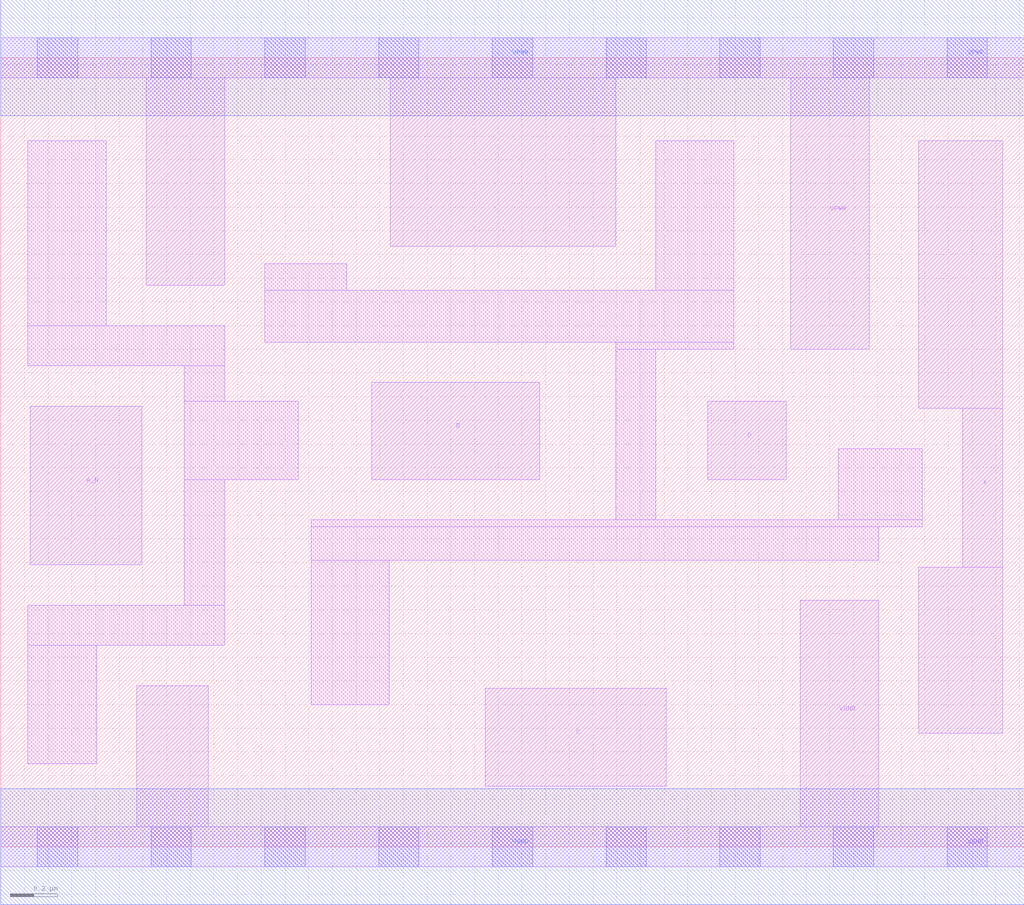
<source format=lef>
# Copyright 2020 The SkyWater PDK Authors
#
# Licensed under the Apache License, Version 2.0 (the "License");
# you may not use this file except in compliance with the License.
# You may obtain a copy of the License at
#
#     https://www.apache.org/licenses/LICENSE-2.0
#
# Unless required by applicable law or agreed to in writing, software
# distributed under the License is distributed on an "AS IS" BASIS,
# WITHOUT WARRANTIES OR CONDITIONS OF ANY KIND, either express or implied.
# See the License for the specific language governing permissions and
# limitations under the License.
#
# SPDX-License-Identifier: Apache-2.0

VERSION 5.7 ;
  NAMESCASESENSITIVE ON ;
  NOWIREEXTENSIONATPIN ON ;
  DIVIDERCHAR "/" ;
  BUSBITCHARS "[]" ;
UNITS
  DATABASE MICRONS 200 ;
END UNITS
MACRO sky130_fd_sc_hs__and4b_1
  CLASS CORE ;
  SOURCE USER ;
  FOREIGN sky130_fd_sc_hs__and4b_1 ;
  ORIGIN  0.000000  0.000000 ;
  SIZE  4.320000 BY  3.330000 ;
  SYMMETRY X Y ;
  SITE unit ;
  PIN A_N
    ANTENNAGATEAREA  0.208500 ;
    DIRECTION INPUT ;
    USE SIGNAL ;
    PORT
      LAYER li1 ;
        RECT 0.125000 1.190000 0.595000 1.860000 ;
    END
  END A_N
  PIN B
    ANTENNAGATEAREA  0.222000 ;
    DIRECTION INPUT ;
    USE SIGNAL ;
    PORT
      LAYER li1 ;
        RECT 1.565000 1.550000 2.275000 1.960000 ;
    END
  END B
  PIN C
    ANTENNAGATEAREA  0.222000 ;
    DIRECTION INPUT ;
    USE SIGNAL ;
    PORT
      LAYER li1 ;
        RECT 2.045000 0.255000 2.810000 0.670000 ;
    END
  END C
  PIN D
    ANTENNAGATEAREA  0.222000 ;
    DIRECTION INPUT ;
    USE SIGNAL ;
    PORT
      LAYER li1 ;
        RECT 2.985000 1.550000 3.315000 1.880000 ;
    END
  END D
  PIN X
    ANTENNADIFFAREA  0.541300 ;
    DIRECTION OUTPUT ;
    USE SIGNAL ;
    PORT
      LAYER li1 ;
        RECT 3.875000 0.480000 4.230000 1.180000 ;
        RECT 3.875000 1.850000 4.230000 2.980000 ;
        RECT 4.060000 1.180000 4.230000 1.850000 ;
    END
  END X
  PIN VGND
    DIRECTION INOUT ;
    USE GROUND ;
    PORT
      LAYER li1 ;
        RECT 0.000000 -0.085000 4.320000 0.085000 ;
        RECT 0.575000  0.085000 0.875000 0.680000 ;
        RECT 3.375000  0.085000 3.705000 1.040000 ;
      LAYER mcon ;
        RECT 0.155000 -0.085000 0.325000 0.085000 ;
        RECT 0.635000 -0.085000 0.805000 0.085000 ;
        RECT 1.115000 -0.085000 1.285000 0.085000 ;
        RECT 1.595000 -0.085000 1.765000 0.085000 ;
        RECT 2.075000 -0.085000 2.245000 0.085000 ;
        RECT 2.555000 -0.085000 2.725000 0.085000 ;
        RECT 3.035000 -0.085000 3.205000 0.085000 ;
        RECT 3.515000 -0.085000 3.685000 0.085000 ;
        RECT 3.995000 -0.085000 4.165000 0.085000 ;
      LAYER met1 ;
        RECT 0.000000 -0.245000 4.320000 0.245000 ;
    END
  END VGND
  PIN VPWR
    DIRECTION INOUT ;
    USE POWER ;
    PORT
      LAYER li1 ;
        RECT 0.000000 3.245000 4.320000 3.415000 ;
        RECT 0.615000 2.370000 0.945000 3.245000 ;
        RECT 1.645000 2.535000 2.595000 3.245000 ;
        RECT 3.335000 2.100000 3.665000 3.245000 ;
      LAYER mcon ;
        RECT 0.155000 3.245000 0.325000 3.415000 ;
        RECT 0.635000 3.245000 0.805000 3.415000 ;
        RECT 1.115000 3.245000 1.285000 3.415000 ;
        RECT 1.595000 3.245000 1.765000 3.415000 ;
        RECT 2.075000 3.245000 2.245000 3.415000 ;
        RECT 2.555000 3.245000 2.725000 3.415000 ;
        RECT 3.035000 3.245000 3.205000 3.415000 ;
        RECT 3.515000 3.245000 3.685000 3.415000 ;
        RECT 3.995000 3.245000 4.165000 3.415000 ;
      LAYER met1 ;
        RECT 0.000000 3.085000 4.320000 3.575000 ;
    END
  END VPWR
  OBS
    LAYER li1 ;
      RECT 0.115000 0.350000 0.405000 0.850000 ;
      RECT 0.115000 0.850000 0.945000 1.020000 ;
      RECT 0.115000 2.030000 0.945000 2.200000 ;
      RECT 0.115000 2.200000 0.445000 2.980000 ;
      RECT 0.775000 1.020000 0.945000 1.550000 ;
      RECT 0.775000 1.550000 1.255000 1.880000 ;
      RECT 0.775000 1.880000 0.945000 2.030000 ;
      RECT 1.115000 2.130000 3.095000 2.350000 ;
      RECT 1.115000 2.350000 1.460000 2.460000 ;
      RECT 1.310000 0.600000 1.640000 1.210000 ;
      RECT 1.310000 1.210000 3.705000 1.350000 ;
      RECT 1.310000 1.350000 3.890000 1.380000 ;
      RECT 2.595000 1.380000 2.765000 2.100000 ;
      RECT 2.595000 2.100000 3.095000 2.130000 ;
      RECT 2.765000 2.350000 3.095000 2.980000 ;
      RECT 3.535000 1.380000 3.890000 1.680000 ;
  END
END sky130_fd_sc_hs__and4b_1

</source>
